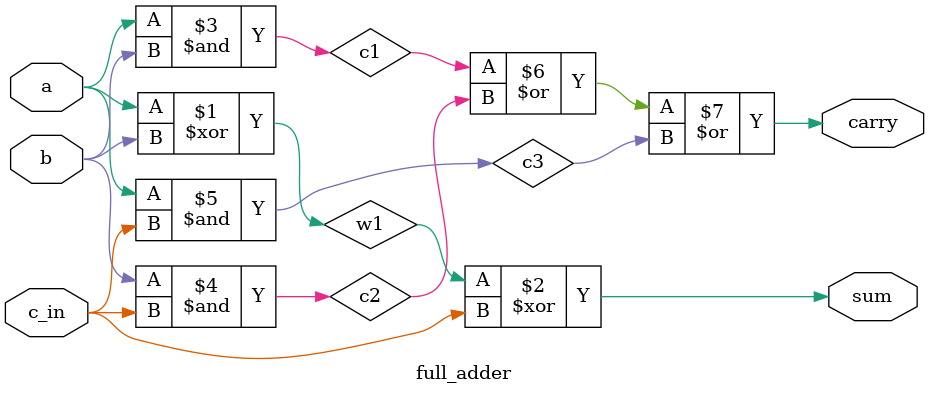
<source format=v>
module sixty_four_bit_add_sub (
    input [63:0] A,
    input [63:0] B,
    input m,
    output [63:0] Sum,
    output Overflow);

    wire [63:0] temp_sum;
    wire [64:0] c_temp;

    assign c_temp[0] = m;

    genvar i;
    generate
        for (i=0; i<64; i=i+1) begin
            full_adder fa(
                .a(A[i]), .b(B[i] ^ m), .c_in(c_temp[i]), .sum(temp_sum[i]), .carry(c_temp[i+1]));
        end
    endgenerate

    assign Sum = temp_sum;
    assign Overflow = c_temp[63] ^ c_temp[64]; //overflow is the XOR of the last two carry bits
endmodule


module full_adder(
    //defining the inputs and outputs of the 
    input a,
    input b,
    input c_in,
    output sum,
    output carry);

    wire w1,c1,c2,c3;

    xor (w1,a,b);              //'sum' is equivalent to the Ex-OR operation performed on the three
    xor (sum,w1,c_in);         //inputs; a,b and c_in
    
    /*initial begin
        $display("sum = %b", sum);
    end*/

    and (c1,a,b);
    and (c2,b,c_in);             
    and (c3,a,c_in);

    or (carry,c1,c2,c3);       //this gives us the output 'carry' that is equivalent to the sum
                               //of the three a and b, b and c_in and a and c_in

endmodule
</source>
